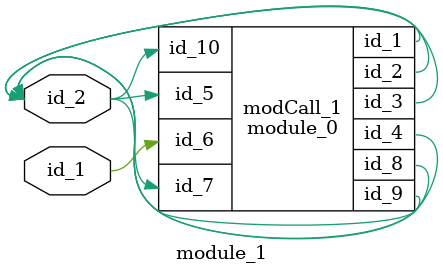
<source format=v>
module module_0 (
    id_1,
    id_2,
    id_3,
    id_4,
    id_5,
    id_6,
    id_7,
    id_8,
    id_9,
    id_10
);
  input wire id_10;
  inout wire id_9;
  inout wire id_8;
  input wire id_7;
  input wire id_6;
  input wire id_5;
  inout wire id_4;
  inout wire id_3;
  inout wire id_2;
  inout wire id_1;
  wire id_11, id_12, id_13 = {id_11, id_10};
endmodule
module module_1 (
    id_1,
    id_2
);
  inout wire id_2;
  input wire id_1;
  assign id_2 = id_2;
  module_0 modCall_1 (
      id_2,
      id_2,
      id_2,
      id_2,
      id_2,
      id_1,
      id_2,
      id_2,
      id_2,
      id_2
  );
  wire id_3;
endmodule

</source>
